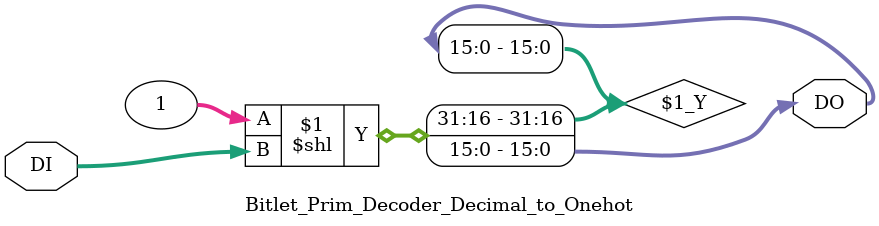
<source format=v>
/*
 * Project:     Bitlet PE
 * Module:      Bitlet_Prim_Decoder_Decimal_to_Onehot
 * Discription: BCD code to one-hot code decoder.
 * Dependency:  
 * 
 * Author:      ZHU Zi-Xuan (UESTC), 2021.02
 */

`timescale 1ns / 1ps

module Bitlet_Prim_Decoder_Decimal_to_Onehot
#(
    parameter   W   = 16        // width of output
)
(
    input   [$clog2(W)-1:0] DI,
    output  [W-1:0]         DO
);

assign  DO  = 'b1 << DI;

endmodule

</source>
